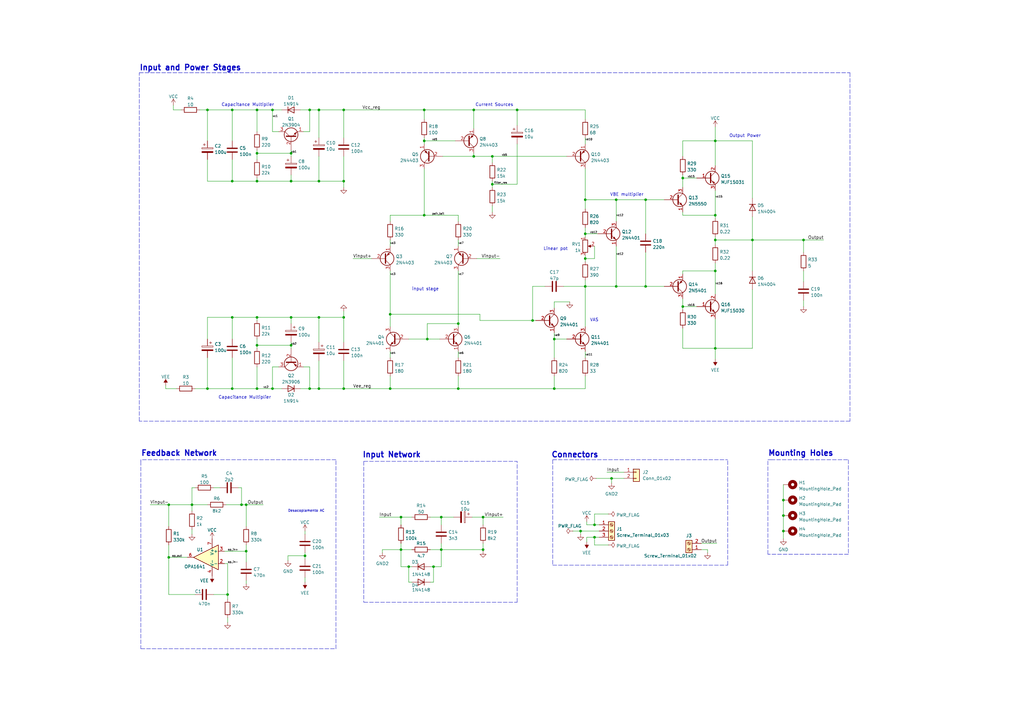
<source format=kicad_sch>
(kicad_sch (version 20211123) (generator eeschema)
  (paper "A3")
  (junction (at 240.03 117.475))
  (junction (at 180.975 225.425))
  (junction (at 164.465 212.09))
  (junction (at 293.37 142.875))
  (junction (at 308.61 98.425))
  (junction (at 240.03 95.885))
  (junction (at 85.09 159.385))
  (junction (at 100.965 207.01))
  (junction (at 130.81 130.175))
  (junction (at 293.37 111.125))
  (junction (at 264.795 81.915))
  (junction (at 130.81 74.295))
  (junction (at 95.25 130.175))
  (junction (at 201.93 64.135))
  (junction (at 198.12 212.09))
  (junction (at 99.06 207.01))
  (junction (at 130.81 159.385))
  (junction (at 93.345 243.84))
  (junction (at 243.84 215.265))
  (junction (at 160.02 128.905))
  (junction (at 227.33 139.065))
  (junction (at 127 45.085))
  (junction (at 280.035 125.73))
  (junction (at 293.37 98.425))
  (junction (at 105.41 159.385))
  (junction (at 187.96 132.715))
  (junction (at 125.095 227.965))
  (junction (at 252.73 81.915))
  (junction (at 85.09 45.085))
  (junction (at 105.41 45.085))
  (junction (at 140.97 74.295))
  (junction (at 180.975 212.09))
  (junction (at 119.38 62.865))
  (junction (at 111.76 159.385))
  (junction (at 187.96 159.385))
  (junction (at 177.8 232.41))
  (junction (at 240.03 81.915))
  (junction (at 250.825 196.215))
  (junction (at 127 159.385))
  (junction (at 212.09 45.085))
  (junction (at 100.965 226.06))
  (junction (at 119.38 141.605))
  (junction (at 321.31 205.105))
  (junction (at 95.25 45.085))
  (junction (at 105.41 74.295))
  (junction (at 243.84 220.345))
  (junction (at 69.215 228.6))
  (junction (at 293.37 57.785))
  (junction (at 164.465 225.425))
  (junction (at 140.97 159.385))
  (junction (at 321.31 211.455))
  (junction (at 264.795 117.475))
  (junction (at 280.035 73.025))
  (junction (at 194.31 64.135))
  (junction (at 240.03 106.045))
  (junction (at 105.41 130.175))
  (junction (at 95.25 159.385))
  (junction (at 173.99 45.085))
  (junction (at 78.74 207.01))
  (junction (at 167.64 232.41))
  (junction (at 293.37 88.265))
  (junction (at 140.97 130.175))
  (junction (at 201.93 75.565))
  (junction (at 173.99 57.785))
  (junction (at 130.81 45.085))
  (junction (at 111.76 45.085))
  (junction (at 105.41 62.865))
  (junction (at 329.565 98.425))
  (junction (at 105.41 141.605))
  (junction (at 321.31 217.805))
  (junction (at 194.31 45.085))
  (junction (at 218.44 131.445))
  (junction (at 95.25 74.295))
  (junction (at 160.02 159.385))
  (junction (at 140.97 45.085))
  (junction (at 252.73 117.475))
  (junction (at 238.125 217.805))
  (junction (at 227.33 159.385))
  (junction (at 198.12 225.425))
  (junction (at 175.26 139.065))
  (junction (at 69.215 207.01))
  (junction (at 119.38 130.175))
  (junction (at 119.38 74.295))
  (junction (at 173.99 88.265))
  (wire (pts (xy 168.91 225.425) (xy 164.465 225.425)))
  (polyline (pts (xy 348.615 172.72) (xy 57.15 172.72)))
  (wire (pts (xy 240.03 45.085) (xy 212.09 45.085)))
  (wire (pts (xy 243.84 215.265) (xy 243.84 210.82)))
  (polyline (pts (xy 347.98 227.33) (xy 314.96 227.33)))
  (wire (pts (xy 167.64 238.76) (xy 167.64 232.41)))
  (wire (pts (xy 119.38 61.595) (xy 119.38 62.865)))
  (wire (pts (xy 187.96 111.125) (xy 187.96 132.715)))
  (polyline (pts (xy 149.225 247.015) (xy 212.09 247.015)))
  (wire (pts (xy 125.095 227.965) (xy 125.095 226.695)))
  (wire (pts (xy 293.37 98.425) (xy 293.37 100.33)))
  (wire (pts (xy 245.11 95.885) (xy 240.03 95.885)))
  (wire (pts (xy 130.81 74.295) (xy 140.97 74.295)))
  (wire (pts (xy 227.33 139.065) (xy 232.41 139.065)))
  (wire (pts (xy 160.02 111.125) (xy 160.02 128.905)))
  (polyline (pts (xy 314.96 227.33) (xy 314.96 188.595)))
  (wire (pts (xy 105.41 141.605) (xy 119.38 141.605)))
  (wire (pts (xy 69.215 228.6) (xy 69.215 223.52)))
  (wire (pts (xy 95.25 159.385) (xy 95.25 146.685)))
  (wire (pts (xy 175.26 139.065) (xy 180.34 139.065)))
  (wire (pts (xy 100.965 226.06) (xy 100.965 230.505)))
  (wire (pts (xy 160.02 88.265) (xy 173.99 88.265)))
  (wire (pts (xy 67.945 158.115) (xy 67.945 159.385)))
  (wire (pts (xy 201.93 84.455) (xy 201.93 86.995)))
  (wire (pts (xy 329.565 111.125) (xy 329.565 115.57)))
  (wire (pts (xy 140.97 159.385) (xy 160.02 159.385)))
  (wire (pts (xy 180.975 232.41) (xy 180.975 225.425)))
  (wire (pts (xy 293.37 78.105) (xy 293.37 88.265)))
  (wire (pts (xy 290.195 226.695) (xy 290.195 225.425)))
  (wire (pts (xy 194.31 52.705) (xy 194.31 45.085)))
  (wire (pts (xy 160.02 128.905) (xy 160.02 133.985)))
  (wire (pts (xy 280.035 86.995) (xy 280.035 88.265)))
  (wire (pts (xy 100.965 207.01) (xy 100.965 215.9)))
  (wire (pts (xy 280.035 57.785) (xy 280.035 64.135)))
  (wire (pts (xy 130.81 45.085) (xy 140.97 45.085)))
  (wire (pts (xy 223.52 117.475) (xy 218.44 117.475)))
  (wire (pts (xy 119.38 71.755) (xy 119.38 74.295)))
  (wire (pts (xy 85.09 207.01) (xy 78.74 207.01)))
  (wire (pts (xy 280.035 71.755) (xy 280.035 73.025)))
  (wire (pts (xy 243.84 210.82) (xy 249.555 210.82)))
  (wire (pts (xy 127 45.085) (xy 123.19 45.085)))
  (wire (pts (xy 280.035 142.875) (xy 293.37 142.875)))
  (wire (pts (xy 160.02 88.265) (xy 160.02 90.805)))
  (wire (pts (xy 280.035 134.62) (xy 280.035 142.875)))
  (wire (pts (xy 105.41 141.605) (xy 105.41 139.065)))
  (wire (pts (xy 240.03 159.385) (xy 227.33 159.385)))
  (polyline (pts (xy 348.615 29.845) (xy 348.615 172.72)))
  (wire (pts (xy 105.41 142.875) (xy 105.41 141.605)))
  (wire (pts (xy 240.665 213.995) (xy 240.665 215.265)))
  (wire (pts (xy 140.97 74.295) (xy 140.97 76.835)))
  (wire (pts (xy 252.73 100.965) (xy 252.73 117.475)))
  (wire (pts (xy 92.075 226.06) (xy 100.965 226.06)))
  (wire (pts (xy 187.96 132.715) (xy 175.26 132.715)))
  (wire (pts (xy 180.975 212.09) (xy 186.055 212.09)))
  (wire (pts (xy 219.71 131.445) (xy 218.44 131.445)))
  (wire (pts (xy 187.96 159.385) (xy 187.96 154.305)))
  (wire (pts (xy 140.97 130.175) (xy 130.81 130.175)))
  (polyline (pts (xy 298.45 231.775) (xy 298.45 188.595)))
  (wire (pts (xy 100.965 223.52) (xy 100.965 226.06)))
  (wire (pts (xy 180.975 225.425) (xy 180.975 222.885)))
  (wire (pts (xy 201.93 75.565) (xy 201.93 76.835)))
  (wire (pts (xy 130.81 130.175) (xy 119.38 130.175)))
  (polyline (pts (xy 226.695 188.595) (xy 226.695 231.775)))
  (wire (pts (xy 119.38 141.605) (xy 119.38 140.335)))
  (wire (pts (xy 293.37 142.875) (xy 293.37 147.32)))
  (wire (pts (xy 164.465 225.425) (xy 164.465 222.885)))
  (wire (pts (xy 105.41 62.865) (xy 119.38 62.865)))
  (wire (pts (xy 119.38 62.865) (xy 119.38 64.135)))
  (wire (pts (xy 105.41 159.385) (xy 105.41 150.495)))
  (wire (pts (xy 173.99 57.785) (xy 173.99 59.055)))
  (wire (pts (xy 93.345 243.84) (xy 93.345 245.745)))
  (wire (pts (xy 240.03 117.475) (xy 240.03 114.935)))
  (wire (pts (xy 308.61 98.425) (xy 308.61 88.9)))
  (wire (pts (xy 67.945 159.385) (xy 72.39 159.385)))
  (wire (pts (xy 240.03 69.215) (xy 240.03 81.915)))
  (wire (pts (xy 243.84 100.965) (xy 243.84 106.045)))
  (wire (pts (xy 130.81 159.385) (xy 140.97 159.385)))
  (wire (pts (xy 280.035 125.73) (xy 280.035 127)))
  (wire (pts (xy 280.035 73.025) (xy 280.035 76.835)))
  (wire (pts (xy 187.96 159.385) (xy 227.33 159.385)))
  (wire (pts (xy 119.38 142.875) (xy 119.38 141.605)))
  (wire (pts (xy 293.37 130.81) (xy 293.37 142.875)))
  (wire (pts (xy 212.09 51.435) (xy 212.09 45.085)))
  (wire (pts (xy 105.41 62.865) (xy 105.41 65.405)))
  (wire (pts (xy 95.25 74.295) (xy 85.09 74.295)))
  (wire (pts (xy 160.02 154.305) (xy 160.02 159.385)))
  (wire (pts (xy 176.53 225.425) (xy 180.975 225.425)))
  (wire (pts (xy 173.99 88.265) (xy 187.96 88.265)))
  (polyline (pts (xy 226.695 188.595) (xy 298.45 188.595)))
  (wire (pts (xy 176.53 212.09) (xy 180.975 212.09)))
  (wire (pts (xy 130.81 64.135) (xy 130.81 74.295)))
  (wire (pts (xy 234.95 217.805) (xy 238.125 217.805)))
  (wire (pts (xy 100.965 207.01) (xy 107.95 207.01)))
  (wire (pts (xy 140.97 64.135) (xy 140.97 74.295)))
  (wire (pts (xy 218.44 117.475) (xy 218.44 131.445)))
  (wire (pts (xy 69.215 243.84) (xy 69.215 228.6)))
  (wire (pts (xy 125.095 236.855) (xy 125.095 238.76)))
  (wire (pts (xy 140.97 45.085) (xy 140.97 56.515)))
  (wire (pts (xy 198.12 222.885) (xy 198.12 225.425)))
  (wire (pts (xy 105.41 61.595) (xy 105.41 62.865)))
  (wire (pts (xy 127 159.385) (xy 130.81 159.385)))
  (wire (pts (xy 156.845 225.425) (xy 156.845 226.695)))
  (wire (pts (xy 280.035 122.555) (xy 280.035 125.73)))
  (wire (pts (xy 93.345 243.84) (xy 93.345 231.14)))
  (wire (pts (xy 127 159.385) (xy 123.19 159.385)))
  (wire (pts (xy 280.035 73.025) (xy 285.75 73.025)))
  (wire (pts (xy 95.25 45.085) (xy 95.25 57.785)))
  (wire (pts (xy 164.465 225.425) (xy 156.845 225.425)))
  (wire (pts (xy 198.12 225.425) (xy 198.12 226.06)))
  (wire (pts (xy 308.61 81.28) (xy 308.61 57.785)))
  (wire (pts (xy 252.73 117.475) (xy 240.03 117.475)))
  (wire (pts (xy 227.33 126.365) (xy 227.33 123.825)))
  (wire (pts (xy 240.03 85.725) (xy 240.03 81.915)))
  (wire (pts (xy 293.37 111.125) (xy 293.37 120.65)))
  (wire (pts (xy 240.03 93.345) (xy 240.03 95.885)))
  (wire (pts (xy 180.975 225.425) (xy 198.12 225.425)))
  (wire (pts (xy 115.57 45.085) (xy 111.76 45.085)))
  (wire (pts (xy 293.37 57.785) (xy 293.37 67.945)))
  (wire (pts (xy 105.41 130.175) (xy 95.25 130.175)))
  (wire (pts (xy 177.8 238.76) (xy 176.53 238.76)))
  (wire (pts (xy 99.06 207.01) (xy 99.06 200.025)))
  (wire (pts (xy 164.465 212.09) (xy 168.91 212.09)))
  (wire (pts (xy 167.64 232.41) (xy 164.465 232.41)))
  (wire (pts (xy 287.655 222.885) (xy 294.005 222.885)))
  (wire (pts (xy 238.125 219.075) (xy 238.125 217.805)))
  (wire (pts (xy 240.03 81.915) (xy 252.73 81.915)))
  (wire (pts (xy 95.25 45.085) (xy 85.09 45.085)))
  (wire (pts (xy 293.37 142.875) (xy 308.61 142.875)))
  (wire (pts (xy 240.03 95.885) (xy 240.03 97.155)))
  (wire (pts (xy 95.25 159.385) (xy 85.09 159.385)))
  (wire (pts (xy 240.665 222.25) (xy 240.665 220.345)))
  (wire (pts (xy 95.25 139.065) (xy 95.25 130.175)))
  (wire (pts (xy 243.84 215.265) (xy 245.745 215.265)))
  (wire (pts (xy 140.97 140.335) (xy 140.97 130.175)))
  (wire (pts (xy 85.09 130.175) (xy 85.09 139.065)))
  (wire (pts (xy 111.76 45.085) (xy 111.76 53.975)))
  (wire (pts (xy 201.93 74.295) (xy 201.93 75.565)))
  (wire (pts (xy 118.11 227.965) (xy 125.095 227.965)))
  (wire (pts (xy 160.02 98.425) (xy 160.02 100.965)))
  (wire (pts (xy 114.3 53.975) (xy 111.76 53.975)))
  (wire (pts (xy 164.465 215.265) (xy 164.465 212.09)))
  (polyline (pts (xy 212.09 247.015) (xy 212.09 189.23)))
  (wire (pts (xy 293.37 88.265) (xy 293.37 89.535)))
  (wire (pts (xy 240.03 106.045) (xy 240.03 107.315)))
  (polyline (pts (xy 137.795 266.065) (xy 137.795 188.595)))
  (wire (pts (xy 280.035 125.73) (xy 285.75 125.73)))
  (wire (pts (xy 71.12 45.085) (xy 74.295 45.085)))
  (wire (pts (xy 248.92 193.675) (xy 255.905 193.675)))
  (wire (pts (xy 130.81 45.085) (xy 130.81 56.515)))
  (wire (pts (xy 227.33 136.525) (xy 227.33 139.065)))
  (wire (pts (xy 115.57 159.385) (xy 111.76 159.385)))
  (wire (pts (xy 87.63 200.025) (xy 90.17 200.025)))
  (wire (pts (xy 93.345 253.365) (xy 93.345 255.27)))
  (wire (pts (xy 250.825 196.215) (xy 255.905 196.215)))
  (wire (pts (xy 119.38 74.295) (xy 130.81 74.295)))
  (wire (pts (xy 125.095 227.965) (xy 125.095 229.235)))
  (polyline (pts (xy 149.225 189.23) (xy 212.09 189.23)))
  (wire (pts (xy 194.31 64.135) (xy 201.93 64.135)))
  (wire (pts (xy 196.85 128.905) (xy 160.02 128.905)))
  (polyline (pts (xy 347.98 188.595) (xy 347.98 227.33)))
  (wire (pts (xy 280.035 111.125) (xy 293.37 111.125)))
  (wire (pts (xy 321.31 217.805) (xy 321.31 220.98)))
  (wire (pts (xy 252.73 117.475) (xy 264.795 117.475)))
  (wire (pts (xy 321.31 211.455) (xy 321.31 217.805)))
  (wire (pts (xy 293.37 97.155) (xy 293.37 98.425)))
  (wire (pts (xy 160.02 159.385) (xy 187.96 159.385)))
  (wire (pts (xy 187.96 90.805) (xy 187.96 88.265)))
  (wire (pts (xy 193.675 212.09) (xy 198.12 212.09)))
  (polyline (pts (xy 57.15 29.845) (xy 348.615 29.845)))
  (wire (pts (xy 124.46 53.975) (xy 127 53.975)))
  (wire (pts (xy 85.09 159.385) (xy 85.09 146.685)))
  (wire (pts (xy 105.41 45.085) (xy 105.41 53.975)))
  (wire (pts (xy 329.565 123.19) (xy 329.565 125.73)))
  (wire (pts (xy 80.01 200.025) (xy 78.74 200.025)))
  (wire (pts (xy 280.035 112.395) (xy 280.035 111.125)))
  (wire (pts (xy 264.795 117.475) (xy 264.795 103.505)))
  (wire (pts (xy 78.74 217.17) (xy 78.74 219.075)))
  (wire (pts (xy 280.035 88.265) (xy 293.37 88.265)))
  (wire (pts (xy 119.38 74.295) (xy 105.41 74.295)))
  (wire (pts (xy 264.795 117.475) (xy 272.415 117.475)))
  (wire (pts (xy 173.99 69.215) (xy 173.99 88.265)))
  (wire (pts (xy 194.31 45.085) (xy 212.09 45.085)))
  (wire (pts (xy 130.81 159.385) (xy 130.81 147.955)))
  (wire (pts (xy 201.93 66.675) (xy 201.93 64.135)))
  (wire (pts (xy 80.01 159.385) (xy 85.09 159.385)))
  (wire (pts (xy 293.37 57.785) (xy 280.035 57.785)))
  (wire (pts (xy 308.61 142.875) (xy 308.61 118.745)))
  (wire (pts (xy 243.84 106.045) (xy 240.03 106.045)))
  (polyline (pts (xy 137.795 188.595) (xy 57.785 188.595)))
  (wire (pts (xy 195.58 106.045) (xy 205.105 106.045)))
  (wire (pts (xy 119.38 132.715) (xy 119.38 130.175)))
  (wire (pts (xy 198.12 212.09) (xy 206.375 212.09)))
  (wire (pts (xy 196.85 131.445) (xy 196.85 128.905)))
  (wire (pts (xy 173.99 57.785) (xy 186.69 57.785)))
  (wire (pts (xy 155.575 212.09) (xy 164.465 212.09)))
  (wire (pts (xy 61.595 207.01) (xy 69.215 207.01)))
  (wire (pts (xy 198.12 212.09) (xy 198.12 215.265)))
  (wire (pts (xy 252.73 81.915) (xy 252.73 90.805)))
  (wire (pts (xy 238.125 217.805) (xy 245.745 217.805)))
  (wire (pts (xy 293.37 111.125) (xy 293.37 107.95)))
  (wire (pts (xy 105.41 159.385) (xy 95.25 159.385)))
  (wire (pts (xy 85.09 45.085) (xy 85.09 57.785)))
  (wire (pts (xy 127 150.495) (xy 127 159.385)))
  (polyline (pts (xy 314.96 188.595) (xy 316.23 188.595)))
  (wire (pts (xy 114.3 150.495) (xy 111.76 150.495)))
  (polyline (pts (xy 57.15 172.72) (xy 57.15 29.845)))
  (wire (pts (xy 168.91 238.76) (xy 167.64 238.76)))
  (wire (pts (xy 173.99 45.085) (xy 173.99 48.895)))
  (wire (pts (xy 167.64 232.41) (xy 168.91 232.41)))
  (wire (pts (xy 111.76 159.385) (xy 111.76 150.495)))
  (wire (pts (xy 140.97 45.085) (xy 173.99 45.085)))
  (wire (pts (xy 181.61 64.135) (xy 194.31 64.135)))
  (polyline (pts (xy 57.785 266.065) (xy 137.795 266.065)))
  (wire (pts (xy 187.96 144.145) (xy 187.96 146.685)))
  (wire (pts (xy 71.12 43.18) (xy 71.12 45.085)))
  (wire (pts (xy 85.09 74.295) (xy 85.09 65.405)))
  (wire (pts (xy 100.965 207.01) (xy 99.06 207.01)))
  (wire (pts (xy 293.37 52.07) (xy 293.37 57.785)))
  (wire (pts (xy 80.01 243.84) (xy 69.215 243.84)))
  (wire (pts (xy 118.11 229.87) (xy 118.11 227.965)))
  (wire (pts (xy 329.565 98.425) (xy 329.565 103.505)))
  (wire (pts (xy 240.03 56.515) (xy 240.03 59.055)))
  (wire (pts (xy 160.02 144.145) (xy 160.02 146.685)))
  (wire (pts (xy 212.09 75.565) (xy 212.09 59.055)))
  (wire (pts (xy 175.26 132.715) (xy 175.26 139.065)))
  (wire (pts (xy 105.41 73.025) (xy 105.41 74.295)))
  (wire (pts (xy 87.63 243.84) (xy 93.345 243.84)))
  (wire (pts (xy 321.31 198.755) (xy 321.31 205.105)))
  (wire (pts (xy 252.73 81.915) (xy 264.795 81.915)))
  (wire (pts (xy 240.665 220.345) (xy 243.84 220.345)))
  (wire (pts (xy 227.33 123.825) (xy 233.68 123.825)))
  (polyline (pts (xy 226.695 231.775) (xy 298.45 231.775)))
  (wire (pts (xy 240.03 154.305) (xy 240.03 159.385)))
  (wire (pts (xy 290.195 225.425) (xy 287.655 225.425)))
  (wire (pts (xy 231.14 117.475) (xy 240.03 117.475)))
  (wire (pts (xy 111.76 159.385) (xy 105.41 159.385)))
  (wire (pts (xy 240.03 104.775) (xy 240.03 106.045)))
  (wire (pts (xy 329.565 98.425) (xy 337.82 98.425)))
  (wire (pts (xy 78.74 200.025) (xy 78.74 207.01)))
  (wire (pts (xy 105.41 131.445) (xy 105.41 130.175)))
  (wire (pts (xy 201.93 75.565) (xy 212.09 75.565)))
  (wire (pts (xy 264.795 95.885) (xy 264.795 81.915)))
  (wire (pts (xy 243.84 220.345) (xy 245.745 220.345)))
  (wire (pts (xy 140.97 130.175) (xy 140.97 127.635)))
  (wire (pts (xy 173.99 56.515) (xy 173.99 57.785)))
  (wire (pts (xy 227.33 139.065) (xy 227.33 146.685)))
  (wire (pts (xy 240.03 144.145) (xy 240.03 146.685)))
  (polyline (pts (xy 57.785 188.595) (xy 57.785 189.23)))
  (polyline (pts (xy 149.225 189.23) (xy 149.225 247.015)))
  (wire (pts (xy 127 53.975) (xy 127 45.085)))
  (wire (pts (xy 124.46 150.495) (xy 127 150.495)))
  (wire (pts (xy 308.61 57.785) (xy 293.37 57.785)))
  (wire (pts (xy 293.37 98.425) (xy 308.61 98.425)))
  (wire (pts (xy 227.33 159.385) (xy 227.33 154.305)))
  (wire (pts (xy 177.8 232.41) (xy 177.8 238.76)))
  (wire (pts (xy 140.97 159.385) (xy 140.97 147.955)))
  (wire (pts (xy 308.61 98.425) (xy 308.61 111.125)))
  (wire (pts (xy 125.095 217.805) (xy 125.095 219.075)))
  (wire (pts (xy 240.03 117.475) (xy 240.03 133.985)))
  (wire (pts (xy 93.345 231.14) (xy 92.075 231.14)))
  (wire (pts (xy 95.25 130.175) (xy 85.09 130.175)))
  (wire (pts (xy 69.215 215.9) (xy 69.215 207.01)))
  (wire (pts (xy 194.31 64.135) (xy 194.31 62.865)))
  (wire (pts (xy 176.53 232.41) (xy 177.8 232.41)))
  (wire (pts (xy 321.31 205.105) (xy 321.31 211.455)))
  (wire (pts (xy 167.64 139.065) (xy 175.26 139.065)))
  (wire (pts (xy 127 45.085) (xy 130.81 45.085)))
  (wire (pts (xy 81.915 45.085) (xy 85.09 45.085)))
  (wire (pts (xy 76.835 228.6) (xy 69.215 228.6)))
  (wire (pts (xy 105.41 74.295) (xy 95.25 74.295)))
  (wire (pts (xy 144.78 106.045) (xy 152.4 106.045)))
  (wire (pts (xy 100.965 238.125) (xy 100.965 239.395)))
  (wire (pts (xy 249.555 223.52) (xy 243.84 223.52)))
  (wire (pts (xy 177.8 232.41) (xy 180.975 232.41)))
  (wire (pts (xy 180.975 212.09) (xy 180.975 215.265)))
  (wire (pts (xy 250.825 198.12) (xy 250.825 196.215)))
  (wire (pts (xy 308.61 98.425) (xy 329.565 98.425)))
  (wire (pts (xy 111.76 45.085) (xy 105.41 45.085)))
  (wire (pts (xy 119.38 130.175) (xy 105.41 130.175)))
  (wire (pts (xy 187.96 132.715) (xy 187.96 133.985)))
  (polyline (pts (xy 316.23 188.595) (xy 347.98 188.595)))
  (wire (pts (xy 69.215 207.01) (xy 78.74 207.01)))
  (wire (pts (xy 243.84 223.52) (xy 243.84 220.345)))
  (wire (pts (xy 240.03 48.895) (xy 240.03 45.085)))
  (wire (pts (xy 92.71 207.01) (xy 99.06 207.01)))
  (wire (pts (xy 264.795 81.915) (xy 272.415 81.915)))
  (wire (pts (xy 194.31 45.085) (xy 173.99 45.085)))
  (wire (pts (xy 240.665 215.265) (xy 243.84 215.265)))
  (wire (pts (xy 164.465 232.41) (xy 164.465 225.425)))
  (wire (pts (xy 201.93 64.135) (xy 232.41 64.135)))
  (wire (pts (xy 99.06 200.025) (xy 97.79 200.025)))
  (wire (pts (xy 187.96 98.425) (xy 187.96 100.965)))
  (wire (pts (xy 105.41 45.085) (xy 95.25 45.085)))
  (polyline (pts (xy 57.785 189.23) (xy 57.785 266.065)))
  (wire (pts (xy 218.44 131.445) (xy 196.85 131.445)))
  (wire (pts (xy 78.74 207.01) (xy 78.74 209.55)))
  (wire (pts (xy 244.475 196.215) (xy 250.825 196.215)))
  (wire (pts (xy 130.81 130.175) (xy 130.81 140.335)))
  (wire (pts (xy 95.25 65.405) (xy 95.25 74.295)))
  (text "Feedback Network" (at 57.785 187.325 0) (effects (font (size 2.27 2.27) (thickness 0.454) bold) (justify left bottom)))
  (text "Mounting Holes\n" (at 314.96 187.325 0) (effects (font (size 2.27 2.27) (thickness 0.454) bold) (justify left bottom)))
  (text "Desacoplamento AC" (at 118.11 210.185 0) (effects (font (size 1 1)) (justify left bottom)))
  (text "Output Power\n" (at 299.085 56.515 0) (effects (font (size 1.27 1.27)) (justify left bottom)))
  (text "input stage\n" (at 168.91 119.38 0) (effects (font (size 1.27 1.27)) (justify left bottom)))
  (text "Capacitance Multiplier" (at 89.535 163.83 0) (effects (font (size 1.27 1.27)) (justify left bottom)))
  (text "VAS" (at 241.935 132.08 0) (effects (font (size 1.27 1.27)) (justify left bottom)))
  (text "Input and Power Stages" (at 57.15 29.21 0) (effects (font (size 2.27 2.27) (thickness 0.454) bold) (justify left bottom)))
  (text "VBE multiplier" (at 250.19 80.645 0) (effects (font (size 1.27 1.27)) (justify left bottom)))
  (text "Connectors\n" (at 226.06 187.96 0) (effects (font (size 2.27 2.27) (thickness 0.454) bold) (justify left bottom)))
  (text "Capacitance Multiplier" (at 90.805 43.815 0) (effects (font (size 1.27 1.27)) (justify left bottom)))
  (text "Input Network" (at 148.59 187.96 0) (effects (font (size 2.27 2.27) (thickness 0.454) bold) (justify left bottom)))
  (text "Current Sources\n" (at 194.945 43.815 0) (effects (font (size 1.27 1.27)) (justify left bottom)))
  (text "Linear pot" (at 222.885 102.87 0) (effects (font (size 1.27 1.27)) (justify left bottom)))
  (label "vc16" (at 293.37 116.84 0) (effects (font (size 0.8 0.8))))
  (label "Vee_reg" (at 144.78 159.385 0))
  (label "ve7" (at 187.96 100.33 0) (effects (font (size 0.8 0.8))))
  (label "vb16" (at 281.94 125.73 0) (effects (font (size 0.8 0.8))))
  (label "vc12" (at 252.73 88.9 0) (effects (font (size 0.8 0.8))))
  (label "ve10" (at 240.03 57.785 0) (effects (font (size 0.8 0.8))))
  (label "vb1" (at 119.38 62.865 0) (effects (font (size 0.8 0.8))))
  (label "Vinput+" (at 206.375 212.09 180))
  (label "ve11" (at 240.03 146.05 0) (effects (font (size 0.8 0.8))))
  (label "Input" (at 248.92 193.675 0))
  (label "vb5" (at 205.74 64.135 0) (effects (font (size 0.8 0.8))))
  (label "ve4" (at 160.02 145.415 0) (effects (font (size 0.8 0.8))))
  (label "vb12" (at 241.935 95.885 0) (effects (font (size 0.8 0.8))))
  (label "ve3" (at 160.02 100.33 0) (effects (font (size 0.8 0.8))))
  (label "op_in+" (at 93.345 226.06 0) (effects (font (size 0.8 0.8))))
  (label "vb2" (at 119.38 141.605 0) (effects (font (size 0.8 0.8))))
  (label "Vcc_reg" (at 148.59 45.085 0))
  (label "Output" (at 107.95 207.01 180))
  (label "ve5" (at 177.165 57.785 0) (effects (font (size 0.8 0.8))))
  (label "Input" (at 155.575 212.09 0))
  (label "vc2" (at 107.95 159.385 0) (effects (font (size 0.8 0.8))))
  (label "ve6" (at 187.96 145.415 0) (effects (font (size 0.8 0.8))))
  (label "vc3" (at 160.02 113.03 0) (effects (font (size 0.8 0.8))))
  (label "Output" (at 294.005 222.885 180))
  (label "Vinput+" (at 144.78 106.045 0))
  (label "Vinput-" (at 61.595 207.01 0))
  (label "vb15" (at 281.94 73.025 0) (effects (font (size 0.8 0.8))))
  (label "vc15" (at 293.37 81.28 0) (effects (font (size 0.8 0.8))))
  (label "vc7" (at 187.96 113.03 0) (effects (font (size 0.8 0.8))))
  (label "filter_res" (at 202.565 75.565 0) (effects (font (size 0.8 0.8))))
  (label "op_out" (at 70.485 228.6 0) (effects (font (size 0.8 0.8))))
  (label "ve9" (at 227.33 138.0875 0) (effects (font (size 0.8 0.8))))
  (label "Vinput-" (at 205.105 106.045 180))
  (label "ve12" (at 252.73 104.775 0) (effects (font (size 0.8 0.8))))
  (label "pair_tail" (at 177.165 88.265 0) (effects (font (size 0.8 0.8))))
  (label "Output" (at 337.82 98.425 180))
  (label "op_in-" (at 93.345 231.14 0) (effects (font (size 0.8 0.8))))
  (label "vc1" (at 111.76 48.26 0) (effects (font (size 0.8 0.8))))
  (symbol (lib_id "Device:R") (at 164.465 219.075 0) (unit 1)
    (property "Reference" "R13" (at 166.243 218.2403 0) (effects (justify left)))
    (property "Value" "100k" (at 166.243 220.7772 0) (effects (justify left)))
    (property "Footprint" "Resistor_THT:R_Axial_DIN0207_L6.3mm_D2.5mm_P7.62mm_Horizontal" (effects hide))
  )
  (symbol (lib_id "Diode:1N4148") (at 172.72 238.76 180) (unit 1)
    (property "Reference" "D4" (at 170.18 240.03 0))
    (property "Value" "1N4148" (at 172.72 241.935 0))
    (property "Footprint" "Diode_THT:D_DO-35_SOD27_P7.62mm_Horizontal" (effects hide))
    (property "Datasheet" "https://assets.nexperia.com/documents/data-sheet/1N4148_1N4448.pdf" (effects hide))
  )
  (symbol (lib_id "power:GND") (at 118.11 229.87 0) (unit 1)
    (property "Reference" "#PWR021" (effects hide))
    (property "Value" "GND" (at 118.11 234.3134 0))
  )
  (symbol (lib_id "Device:Q_PNP_EBC") (at 191.77 57.785 0) (mirror x) (unit 1)
    (property "Reference" "Q8" (at 196.6214 56.9503 0) (effects (justify left)))
    (property "Value" "2N4403" (at 196.6214 59.4872 0) (effects (justify left)))
    (property "Footprint" "Package_TO_SOT_THT:TO-92_Inline" (effects hide))
  )
  (symbol (lib_id "power:GND") (at 233.68 123.825 0) (unit 1)
    (property "Reference" "#PWR0102" (effects hide))
    (property "Value" "GND" (effects hide))
  )
  (symbol (lib_id "Device:R") (at 240.03 111.125 0) (unit 1)
    (property "Reference" "R27" (at 241.808 110.2903 0) (effects (justify left)))
    (property "Value" "390" (at 241.808 112.8272 0) (effects (justify left)))
    (property "Footprint" "Resistor_THT:R_Axial_DIN0207_L6.3mm_D2.5mm_P7.62mm_Horizontal" (effects hide))
  )
  (symbol (lib_id "Device:C_Polarized") (at 85.09 142.875 0) (mirror y) (unit 1)
    (property "Reference" "C3" (at 88.011 141.1513 0) (effects (justify right)))
    (property "Value" "100u" (at 88.011 143.6882 0) (effects (justify right)))
    (property "Footprint" "Capacitor_THT:CP_Radial_D5.0mm_P2.00mm" (effects hide))
  )
  (symbol (lib_id "Device:R") (at 198.12 219.075 0) (unit 1)
    (property "Reference" "R19" (at 199.898 218.2403 0) (effects (justify left)))
    (property "Value" "8k2" (at 199.898 220.7772 0) (effects (justify left)))
    (property "Footprint" "Resistor_THT:R_Axial_DIN0207_L6.3mm_D2.5mm_P7.62mm_Horizontal" (effects hide))
  )
  (symbol (lib_id "Transistor_BJT:2N3904") (at 119.38 56.515 90) (unit 1)
    (property "Reference" "Q1" (at 119.38 48.7258 90))
    (property "Value" "2N3904" (at 119.38 51.2627 90))
    (property "Footprint" "Package_TO_SOT_THT:TO-92_Inline" (effects hide))
    (property "Datasheet" "https://www.onsemi.com/pub/Collateral/2N3903-D.PDF" (effects hide))
  )
  (symbol (lib_id "Mechanical:MountingHole_Pad") (at 323.85 217.805 270) (unit 1)
    (property "Reference" "H4" (at 327.66 216.9703 90) (effects (justify left)))
    (property "Value" "MountingHole_Pad" (at 327.66 219.5072 90) (effects (justify left)))
    (property "Footprint" "MountingHole:MountingHole_3.2mm_M3_Pad_Via" (effects hide))
  )
  (symbol (lib_id "Device:R") (at 160.02 94.615 0) (unit 1)
    (property "Reference" "R16" (at 161.798 93.7803 0) (effects (justify left)))
    (property "Value" "330" (at 161.798 96.3172 0) (effects (justify left)))
    (property "Footprint" "Resistor_THT:R_Axial_DIN0207_L6.3mm_D2.5mm_P7.62mm_Horizontal" (effects hide))
  )
  (symbol (lib_id "Connector:Screw_Terminal_01x02") (at 282.575 225.425 180) (unit 1)
    (property "Reference" "J3" (at 282.575 219.71 0))
    (property "Value" "Screw_Terminal_01x02" (at 274.955 227.965 0))
    (property "Footprint" "TerminalBlock:TerminalBlock_bornier-2_P5.08mm" (effects hide))
  )
  (symbol (lib_id "Device:Q_PNP_EBC") (at 237.49 64.135 0) (mirror x) (unit 1)
    (property "Reference" "Q10" (at 242.3414 63.3003 0) (effects (justify left)))
    (property "Value" "2N4403" (at 242.3414 65.8372 0) (effects (justify left)))
    (property "Footprint" "Package_TO_SOT_THT:TO-92_Inline" (effects hide))
  )
  (symbol (lib_id "power:GND") (at 198.12 226.06 0) (unit 1)
    (property "Reference" "#PWR011" (effects hide))
    (property "Value" "GND" (effects hide))
  )
  (symbol (lib_id "Device:C") (at 95.25 142.875 0) (mirror y) (unit 1)
    (property "Reference" "C6" (at 98.171 142.0403 0) (effects (justify right)))
    (property "Value" "100n" (at 98.171 144.5772 0) (effects (justify right)))
    (property "Footprint" "Capacitor_THT:C_Disc_D5.1mm_W3.2mm_P5.00mm" (effects hide))
  )
  (symbol (lib_id "power:PWR_FLAG") (at 249.555 210.82 270) (unit 1)
    (property "Reference" "#FLG01" (effects hide))
    (property "Value" "PWR_FLAG" (at 252.73 211.2538 90) (effects (justify left)))
  )
  (symbol (lib_id "Device:R") (at 93.345 249.555 0) (unit 1)
    (property "Reference" "R7" (at 95.123 248.7203 0) (effects (justify left)))
    (property "Value" "330k" (at 95.123 251.2572 0) (effects (justify left)))
    (property "Footprint" "Resistor_THT:R_Axial_DIN0207_L6.3mm_D2.5mm_P7.62mm_Horizontal" (effects hide))
  )
  (symbol (lib_id "Device:Q_NPN_EBC") (at 277.495 81.915 0) (unit 1)
    (property "Reference" "Q13" (at 282.3464 81.0803 0) (effects (justify left)))
    (property "Value" "2N5550" (at 282.3464 83.6172 0) (effects (justify left)))
    (property "Footprint" "Package_TO_SOT_THT:TO-92_Inline" (effects hide))
  )
  (symbol (lib_id "Device:R") (at 173.99 52.705 0) (unit 1)
    (property "Reference" "R18" (at 175.768 51.8703 0) (effects (justify left)))
    (property "Value" "100" (at 175.768 54.4072 0) (effects (justify left)))
    (property "Footprint" "Resistor_THT:R_Axial_DIN0207_L6.3mm_D2.5mm_P7.62mm_Horizontal" (effects hide))
  )
  (symbol (lib_id "power:VEE") (at 240.665 222.25 180) (unit 1)
    (property "Reference" "#PWR015" (effects hide))
    (property "Value" "VEE" (at 240.665 226.6934 0))
  )
  (symbol (lib_id "power:GND") (at 321.31 220.98 0) (unit 1)
    (property "Reference" "#PWR020" (effects hide))
    (property "Value" "GND" (at 321.31 225.4234 0))
  )
  (symbol (lib_id "power:GND") (at 93.345 255.27 0) (mirror y) (unit 1)
    (property "Reference" "#PWR06" (effects hide))
    (property "Value" "GND" (effects hide))
  )
  (symbol (lib_id "power:VEE") (at 293.37 147.32 180) (unit 1)
    (property "Reference" "#PWR018" (effects hide))
    (property "Value" "VEE" (at 293.37 151.7634 0))
  )
  (symbol (lib_id "Device:R") (at 201.93 70.485 0) (unit 1)
    (property "Reference" "R22" (at 203.708 69.6503 0) (effects (justify left)))
    (property "Value" "15k" (at 203.708 72.1872 0) (effects (justify left)))
    (property "Footprint" "Resistor_THT:R_Axial_DIN0207_L6.3mm_D2.5mm_P7.62mm_Horizontal" (effects hide))
  )
  (symbol (lib_id "Device:C") (at 140.97 144.145 0) (mirror y) (unit 1)
    (property "Reference" "C13" (at 143.891 143.3103 0) (effects (justify right)))
    (property "Value" "100n" (at 143.891 145.8472 0) (effects (justify right)))
    (property "Footprint" "Capacitor_THT:C_Disc_D5.1mm_W3.2mm_P5.00mm" (effects hide))
  )
  (symbol (lib_id "Device:C") (at 180.975 219.075 0) (unit 1)
    (property "Reference" "C14" (at 183.896 218.2403 0) (effects (justify left)))
    (property "Value" "3n3" (at 183.896 220.7772 0) (effects (justify left)))
    (property "Footprint" "Capacitor_THT:C_Rect_L7.2mm_W2.5mm_P5.00mm_FKS2_FKP2_MKS2_MKP2" (effects hide))
  )
  (symbol (lib_id "Diode:1N914") (at 119.38 159.385 0) (mirror y) (unit 1)
    (property "Reference" "D2" (at 119.38 161.9281 0))
    (property "Value" "1N914" (at 119.38 164.465 0))
    (property "Footprint" "Diode_THT:D_DO-35_SOD27_P7.62mm_Horizontal" (effects hide))
    (property "Datasheet" "http://www.vishay.com/docs/85622/1n914.pdf" (effects hide))
  )
  (symbol (lib_id "Device:R") (at 293.37 93.345 0) (unit 1)
    (property "Reference" "R31" (at 295.148 92.5103 0) (effects (justify left)))
    (property "Value" "0.22" (at 295.148 95.0472 0) (effects (justify left)))
    (property "Footprint" "Resistor_THT:R_Axial_DIN0617_L17.0mm_D6.0mm_P25.40mm_Horizontal" (effects hide))
  )
  (symbol (lib_id "Device:C") (at 100.965 234.315 0) (unit 1)
    (property "Reference" "C7" (at 103.886 233.4803 0) (effects (justify left)))
    (property "Value" "470n" (at 103.886 236.0172 0) (effects (justify left)))
    (property "Footprint" "Capacitor_THT:C_Rect_L7.2mm_W3.0mm_P5.00mm_FKS2_FKP2_MKS2_MKP2" (effects hide))
  )
  (symbol (lib_id "Device:R") (at 227.33 150.495 0) (unit 1)
    (property "Reference" "R24" (at 229.108 149.6603 0) (effects (justify left)))
    (property "Value" "820" (at 229.108 152.1972 0) (effects (justify left)))
    (property "Footprint" "Resistor_THT:R_Axial_DIN0207_L6.3mm_D2.5mm_P7.62mm_Horizontal" (effects hide))
  )
  (symbol (lib_id "Device:Q_PNP_EBC") (at 176.53 64.135 180) (unit 1)
    (property "Reference" "Q5" (at 171.6787 63.3003 0) (effects (justify left)))
    (property "Value" "2N4403" (at 171.6787 65.8372 0) (effects (justify left)))
    (property "Footprint" "Package_TO_SOT_THT:TO-92_Inline" (effects hide))
  )
  (symbol (lib_id "Device:R") (at 187.96 150.495 0) (unit 1)
    (property "Reference" "R21" (at 189.738 149.6603 0) (effects (justify left)))
    (property "Value" "180" (at 189.738 152.1972 0) (effects (justify left)))
    (property "Footprint" "Resistor_THT:R_Axial_DIN0207_L6.3mm_D2.5mm_P7.62mm_Horizontal" (effects hide))
  )
  (symbol (lib_id "Device:C_Polarized") (at 119.38 67.945 0) (unit 1)
    (property "Reference" "C8" (at 122.301 66.2213 0) (effects (justify left)))
    (property "Value" "100u" (at 122.301 68.7582 0) (effects (justify left)))
    (property "Footprint" "Capacitor_THT:CP_Radial_D8.0mm_P3.50mm" (effects hide))
  )
  (symbol (lib_id "Device:C_Polarized") (at 212.09 55.245 0) (unit 1)
    (property "Reference" "C16" (at 215.011 53.5213 0) (effects (justify left)))
    (property "Value" "10u" (at 215.011 56.0582 0) (effects (justify left)))
    (property "Footprint" "Capacitor_THT:CP_Radial_D5.0mm_P2.00mm" (effects hide))
  )
  (symbol (lib_id "Device:R") (at 240.03 89.535 0) (unit 1)
    (property "Reference" "R26" (at 241.808 88.7003 0) (effects (justify left)))
    (property "Value" "820" (at 241.808 91.2372 0) (effects (justify left)))
    (property "Footprint" "Resistor_THT:R_Axial_DIN0207_L6.3mm_D2.5mm_P7.62mm_Horizontal" (effects hide))
  )
  (symbol (lib_id "Device:R") (at 160.02 150.495 0) (unit 1)
    (property "Reference" "R17" (at 161.798 149.6603 0) (effects (justify left)))
    (property "Value" "180" (at 161.798 152.1972 0) (effects (justify left)))
    (property "Footprint" "Resistor_THT:R_Axial_DIN0207_L6.3mm_D2.5mm_P7.62mm_Horizontal" (effects hide))
  )
  (symbol (lib_id "Device:R") (at 105.41 135.255 0) (mirror y) (unit 1)
    (property "Reference" "R11" (at 107.188 134.4203 0) (effects (justify right)))
    (property "Value" "22k" (at 107.188 136.9572 0) (effects (justify right)))
    (property "Footprint" "Resistor_THT:R_Axial_DIN0207_L6.3mm_D2.5mm_P7.62mm_Horizontal" (effects hide))
  )
  (symbol (lib_id "Device:C") (at 264.795 99.695 0) (unit 1)
    (property "Reference" "C18" (at 267.716 98.8603 0) (effects (justify left)))
    (property "Value" "220n" (at 267.716 101.3972 0) (effects (justify left)))
    (property "Footprint" "Capacitor_THT:C_Rect_L7.0mm_W2.5mm_P5.00mm" (effects hide))
  )
  (symbol (lib_id "Device:R") (at 105.41 146.685 0) (mirror y) (unit 1)
    (property "Reference" "R12" (at 107.188 145.8503 0) (effects (justify right)))
    (property "Value" "220" (at 107.188 148.3872 0) (effects (justify right)))
    (property "Footprint" "Resistor_THT:R_Axial_DIN0207_L6.3mm_D2.5mm_P7.62mm_Horizontal" (effects hide))
  )
  (symbol (lib_id "Device:R") (at 240.03 52.705 0) (unit 1)
    (property "Reference" "R25" (at 241.808 51.8703 0) (effects (justify left)))
    (property "Value" "68" (at 241.808 54.4072 0) (effects (justify left)))
    (property "Footprint" "Resistor_THT:R_Axial_DIN0207_L6.3mm_D2.5mm_P7.62mm_Horizontal" (effects hide))
  )
  (symbol (lib_id "Diode:1N4148") (at 172.72 232.41 0) (unit 1)
    (property "Reference" "D3" (at 170.18 230.505 0))
    (property "Value" "1N4148" (at 172.72 235.585 0))
    (property "Footprint" "Diode_THT:D_DO-35_SOD27_P7.62mm_Horizontal" (effects hide))
    (property "Datasheet" "https://assets.nexperia.com/documents/data-sheet/1N4148_1N4448.pdf" (effects hide))
  )
  (symbol (lib_id "Device:C") (at 140.97 60.325 0) (unit 1)
    (property "Reference" "C12" (at 143.891 59.4903 0) (effects (justify left)))
    (property "Value" "100n" (at 143.891 62.0272 0) (effects (justify left)))
    (property "Footprint" "Capacitor_THT:C_Disc_D5.1mm_W3.2mm_P5.00mm" (effects hide))
  )
  (symbol (lib_id "Device:Q_NPN_EBC") (at 250.19 95.885 0) (unit 1)
    (property "Reference" "Q12" (at 255.0414 95.0503 0) (effects (justify left)))
    (property "Value" "2N4401" (at 255.0414 97.5872 0) (effects (justify left)))
    (property "Footprint" "Package_TO_SOT_THT:TO-92_Inline" (effects hide))
  )
  (symbol (lib_id "power:VEE") (at 67.945 158.115 0) (unit 1)
    (property "Reference" "#PWR01" (effects hide))
    (property "Value" "VEE" (at 67.945 154.5392 0))
  )
  (symbol (lib_id "Device:R") (at 280.035 130.81 0) (unit 1)
    (property "Reference" "R30" (at 281.813 129.9753 0) (effects (justify left)))
    (property "Value" "330" (at 281.813 132.5122 0) (effects (justify left)))
    (property "Footprint" "Resistor_THT:R_Axial_DIN0207_L6.3mm_D2.5mm_P7.62mm_Horizontal" (effects hide))
  )
  (symbol (lib_id "power:GND") (at 140.97 127.635 0) (mirror x) (unit 1)
    (property "Reference" "#PWR09" (effects hide))
    (property "Value" "GND" (effects hide))
  )
  (symbol (lib_id "Device:R") (at 100.965 219.71 0) (unit 1)
    (property "Reference" "R8" (at 102.743 218.8753 0) (effects (justify left)))
    (property "Value" "330k" (at 102.743 221.4122 0) (effects (justify left)))
    (property "Footprint" "Resistor_THT:R_Axial_DIN0207_L6.3mm_D2.5mm_P7.62mm_Horizontal" (effects hide))
  )
  (symbol (lib_id "Device:Q_NPN_BCE") (at 290.83 125.73 0) (unit 1)
    (property "Reference" "Q16" (at 295.6814 124.8953 0) (effects (justify left)))
    (property "Value" "MJF15030" (at 295.6814 127.4322 0) (effects (justify left)))
    (property "Footprint" "Package_TO_SOT_THT:TO-220F-3_Vertical" (effects hide))
  )
  (symbol (lib_id "power:GND2") (at 156.845 226.695 0) (unit 1)
    (property "Reference" "#PWR010" (effects hide))
    (property "Value" "GND2" (at 156.845 231.1384 0))
  )
  (symbol (lib_id "Device:R") (at 280.035 67.945 0) (unit 1)
    (property "Reference" "R29" (at 281.813 67.1103 0) (effects (justify left)))
    (property "Value" "330" (at 281.813 69.6472 0) (effects (justify left)))
    (property "Footprint" "Resistor_THT:R_Axial_DIN0207_L6.3mm_D2.5mm_P7.62mm_Horizontal" (effects hide))
  )
  (symbol (lib_id "Device:C") (at 93.98 200.025 90) (unit 1)
    (property "Reference" "C4" (at 93.98 194.1662 90))
    (property "Value" "2p2" (at 93.98 196.7031 90))
    (property "Footprint" "Capacitor_THT:C_Disc_D3.8mm_W2.6mm_P2.50mm" (effects hide))
  )
  (symbol (lib_id "power:PWR_FLAG") (at 244.475 196.215 90) (unit 1)
    (property "Reference" "#FLG0101" (effects hide))
    (property "Value" "PWR_FLAG" (at 241.3001 196.6488 90) (effects (justify left)))
  )
  (symbol (lib_id "power:GND") (at 140.97 76.835 0) (unit 1)
    (property "Reference" "#PWR08" (effects hide))
    (property "Value" "GND" (effects hide))
  )
  (symbol (lib_id "power:GND") (at 238.125 219.075 0) (unit 1)
    (property "Reference" "#PWR012" (effects hide))
    (property "Value" "GND" (effects hide))
  )
  (symbol (lib_id "power:GND") (at 329.565 125.73 0) (unit 1)
    (property "Reference" "#PWR019" (effects hide))
    (property "Value" "GND" (effects hide))
  )
  (symbol (lib_id "Device:C") (at 227.33 117.475 90) (unit 1)
    (property "Reference" "C17" (at 227.33 111.6162 90))
    (property "Value" "47p" (at 227.33 114.1531 90))
    (property "Footprint" "Capacitor_THT:C_Disc_D4.3mm_W1.9mm_P5.00mm" (effects hide))
  )
  (symbol (lib_id "power:VEE") (at 86.995 236.22 180) (unit 1)
    (property "Reference" "#PWR05" (effects hide))
    (property "Value" "VEE" (at 83.82 238.125 0))
  )
  (symbol (lib_id "power:VCC") (at 86.995 220.98 0) (unit 1)
    (property "Reference" "#PWR04" (effects hide))
    (property "Value" "VCC" (at 86.995 217.4042 0))
  )
  (symbol (lib_id "Connector_Generic:Conn_01x02") (at 260.985 193.675 0) (unit 1)
    (property "Reference" "J2" (at 263.525 193.6749 0) (effects (justify left)))
    (property "Value" "Conn_01x02" (at 263.525 196.2149 0) (effects (justify left)))
    (property "Footprint" "Connector_PinHeader_2.54mm:PinHeader_1x02_P2.54mm_Vertical" (effects hide))
  )
  (symbol (lib_id "Device:C") (at 125.095 233.045 0) (unit 1)
    (property "Reference" "C21" (at 128.016 232.2103 0) (effects (justify left)))
    (property "Value" "100n" (at 128.016 234.7472 0) (effects (justify left)))
    (property "Footprint" "Capacitor_THT:C_Disc_D5.1mm_W3.2mm_P5.00mm" (effects hide))
  )
  (symbol (lib_id "Device:R") (at 172.72 225.425 90) (unit 1)
    (property "Reference" "R15" (at 172.72 222.885 90))
    (property "Value" "4.7" (at 172.72 227.965 90))
    (property "Footprint" "Resistor_THT:R_Axial_DIN0207_L6.3mm_D2.5mm_P7.62mm_Horizontal" (effects hide))
  )
  (symbol (lib_id "power:VCC") (at 71.12 43.18 0) (unit 1)
    (property "Reference" "#PWR02" (effects hide))
    (property "Value" "VCC" (at 71.12 39.6042 0))
  )
  (symbol (lib_id "Device:R") (at 78.74 213.36 0) (unit 1)
    (property "Reference" "R2" (at 80.518 212.5253 0) (effects (justify left)))
    (property "Value" "1k" (at 80.518 215.0622 0) (effects (justify left)))
    (property "Footprint" "Resistor_THT:R_Axial_DIN0207_L6.3mm_D2.5mm_P7.62mm_Horizontal" (effects hide))
  )
  (symbol (lib_id "Device:C_Polarized") (at 85.09 61.595 0) (unit 1)
    (property "Reference" "C2" (at 88.011 59.8713 0) (effects (justify left)))
    (property "Value" "100u" (at 88.011 62.4082 0) (effects (justify left)))
    (property "Footprint" "Capacitor_THT:CP_Radial_D5.0mm_P2.00mm" (effects hide))
  )
  (symbol (lib_id "Device:C_Polarized") (at 130.81 144.145 0) (mirror y) (unit 1)
    (property "Reference" "C11" (at 133.731 142.4213 0) (effects (justify right)))
    (property "Value" "10u" (at 133.731 144.9582 0) (effects (justify right)))
    (property "Footprint" "Capacitor_THT:CP_Radial_D5.0mm_P2.00mm" (effects hide))
  )
  (symbol (lib_id "Device:Q_NPN_EBC") (at 224.79 131.445 0) (unit 1)
    (property "Reference" "Q9" (at 229.6414 130.6103 0) (effects (justify left)))
    (property "Value" "2N4401" (at 229.6414 133.1472 0) (effects (justify left)))
    (property "Footprint" "Package_TO_SOT_THT:TO-92_Inline" (effects hide))
  )
  (symbol (lib_id "Device:R") (at 83.82 200.025 90) (unit 1)
    (property "Reference" "R5" (at 83.82 195.3092 90))
    (property "Value" "100" (at 83.82 197.8461 90))
    (property "Footprint" "Resistor_THT:R_Axial_DIN0207_L6.3mm_D2.5mm_P7.62mm_Horizontal" (effects hide))
  )
  (symbol (lib_id "Device:R") (at 88.9 207.01 90) (unit 1)
    (property "Reference" "R6" (at 88.9 204.47 90))
    (property "Value" "8k2" (at 88.9 209.55 90))
    (property "Footprint" "Resistor_THT:R_Axial_DIN0207_L6.3mm_D2.5mm_P7.62mm_Horizontal" (effects hide))
  )
  (symbol (lib_id "power:VCC") (at 293.37 52.07 0) (unit 1)
    (property "Reference" "#PWR017" (effects hide))
    (property "Value" "VCC" (at 293.37 48.4942 0))
  )
  (symbol (lib_id "Mechanical:MountingHole_Pad") (at 323.85 211.455 270) (unit 1)
    (property "Reference" "H3" (at 327.66 210.6203 90) (effects (justify left)))
    (property "Value" "MountingHole_Pad" (at 327.66 213.1572 90) (effects (justify left)))
    (property "Footprint" "MountingHole:MountingHole_3.2mm_M3_Pad_Via" (effects hide))
  )
  (symbol (lib_id "power:PWR_FLAG") (at 249.555 223.52 270) (unit 1)
    (property "Reference" "#FLG02" (effects hide))
    (property "Value" "PWR_FLAG" (at 252.73 223.9538 90) (effects (justify left)))
  )
  (symbol (lib_id "Diode:1N914") (at 119.38 45.085 0) (unit 1)
    (property "Reference" "D1" (at 119.38 40.1152 0))
    (property "Value" "1N914" (at 119.38 42.6521 0))
    (property "Footprint" "Diode_THT:D_DO-35_SOD27_P7.62mm_Horizontal" (effects hide))
    (property "Datasheet" "http://www.vishay.com/docs/85622/1n914.pdf" (effects hide))
  )
  (symbol (lib_id "Device:R") (at 293.37 104.14 0) (unit 1)
    (property "Reference" "R32" (at 295.148 103.3053 0) (effects (justify left)))
    (property "Value" "0.22" (at 295.148 105.8422 0) (effects (justify left)))
    (property "Footprint" "Resistor_THT:R_Axial_DIN0617_L17.0mm_D6.0mm_P25.40mm_Horizontal" (effects hide))
  )
  (symbol (lib_id "Transistor_BJT:2N3906") (at 119.38 147.955 90) (mirror x) (unit 1)
    (property "Reference" "Q2" (at 119.38 154.0748 90))
    (property "Value" "2N3906" (at 119.38 156.6117 90))
    (property "Footprint" "Package_TO_SOT_THT:TO-92_Inline" (effects hide))
    (property "Datasheet" "https://www.onsemi.com/pub/Collateral/2N3906-D.PDF" (effects hide))
  )
  (symbol (lib_id "power:PWR_FLAG") (at 234.95 217.805 90) (unit 1)
    (property "Reference" "#FLG0102" (effects hide))
    (property "Value" "PWR_FLAG" (at 233.68 215.7532 90))
  )
  (symbol (lib_id "Device:C") (at 329.565 119.38 0) (unit 1)
    (property "Reference" "C19" (at 332.486 118.5453 0) (effects (justify left)))
    (property "Value" "100n" (at 332.486 121.0822 0) (effects (justify left)))
    (property "Footprint" "Capacitor_THT:C_Rect_L13.0mm_W5.0mm_P10.00mm_FKS3_FKP3_MKS4" (effects hide))
  )
  (symbol (lib_id "power:GND2") (at 250.825 198.12 0) (unit 1)
    (property "Reference" "#PWR013" (effects hide))
    (property "Value" "GND2" (at 250.825 202.5634 0))
  )
  (symbol (lib_id "Connector:Screw_Terminal_01x03") (at 250.825 217.805 0) (unit 1)
    (property "Reference" "J1" (at 252.857 216.9703 0) (effects (justify left)))
    (property "Value" "Screw_Terminal_01x03" (at 252.857 219.5072 0) (effects (justify left)))
    (property "Footprint" "TerminalBlock:TerminalBlock_bornier-3_P5.08mm" (effects hide))
  )
  (symbol (lib_id "Mechanical:MountingHole_Pad") (at 323.85 198.755 270) (unit 1)
    (property "Reference" "H1" (at 327.66 197.9203 90) (effects (justify left)))
    (property "Value" "MountingHole_Pad" (at 327.66 200.4572 90) (effects (justify left)))
    (property "Footprint" "MountingHole:MountingHole_3.2mm_M3_Pad_Via" (effects hide))
  )
  (symbol (lib_id "power:GND") (at 290.195 226.695 0) (unit 1)
    (property "Reference" "#PWR016" (effects hide))
    (property "Value" "GND" (effects hide))
  )
  (symbol (lib_id "Device:R_Potentiometer") (at 240.03 100.965 0) (unit 1)
    (property "Reference" "RV1" (at 238.2521 100.1303 0) (effects (justify right)))
    (property "Value" "1k" (at 238.2521 102.6672 0) (effects (justify right)))
    (property "Footprint" "Potentiometer_THT:Potentiometer_Bourns_3296W_Vertical" (effects hide))
  )
  (symbol (lib_id "Device:Q_PNP_EBC") (at 157.48 106.045 0) (mirror x) (unit 1)
    (property "Reference" "Q3" (at 162.3314 105.2103 0) (effects (justify left)))
    (property "Value" "2N4403" (at 162.3314 107.7472 0) (effects (justify left)))
    (property "Footprint" "Package_TO_SOT_THT:TO-92_Inline" (effects hide))
  )
  (symbol (lib_id "power:VEE") (at 125.095 238.76 180) (unit 1)
    (property "Reference" "#PWR023" (effects hide))
    (property "Value" "VEE" (at 125.095 243.2034 0))
  )
  (symbol (lib_id "power:VCC") (at 125.095 217.805 0) (unit 1)
    (property "Reference" "#PWR022" (effects hide))
    (property "Value" "VCC" (at 125.095 214.2292 0))
  )
  (symbol (lib_id "Device:R") (at 69.215 219.71 0) (unit 1)
    (property "Reference" "R1" (at 70.993 218.8753 0) (effects (justify left)))
    (property "Value" "330k" (at 70.993 221.4122 0) (effects (justify left)))
    (property "Footprint" "Resistor_THT:R_Axial_DIN0207_L6.3mm_D2.5mm_P7.62mm_Horizontal" (effects hide))
  )
  (symbol (lib_id "Device:Q_PNP_EBC") (at 277.495 117.475 0) (mirror x) (unit 1)
    (property "Reference" "Q14" (at 282.3464 116.6403 0) (effects (justify left)))
    (property "Value" "2N5401" (at 282.3464 119.1772 0) (effects (justify left)))
    (property "Footprint" "Package_TO_SOT_THT:TO-92_Inline" (effects hide))
  )
  (symbol (lib_id "Device:R") (at 201.93 80.645 0) (unit 1)
    (property "Reference" "R23" (at 203.708 79.8103 0) (effects (justify left)))
    (property "Value" "15k" (at 203.708 82.3472 0) (effects (justify left)))
    (property "Footprint" "Resistor_THT:R_Axial_DIN0207_L6.3mm_D2.5mm_P7.62mm_Horizontal" (effects hide))
  )
  (symbol (lib_id "Device:C") (at 83.82 243.84 90) (unit 1)
    (property "Reference" "C1" (at 81.28 242.57 90))
    (property "Value" "470n" (at 83.82 247.65 90))
    (property "Footprint" "Capacitor_THT:C_Rect_L7.2mm_W3.0mm_P5.00mm_FKS2_FKP2_MKS2_MKP2" (effects hide))
  )
  (symbol (lib_id "Device:Q_NPN_EBC") (at 237.49 139.065 0) (unit 1)
    (property "Reference" "Q11" (at 242.3414 138.2303 0) (effects (justify left)))
    (property "Value" "2N4401" (at 242.3414 140.7672 0) (effects (justify left)))
    (property "Footprint" "Package_TO_SOT_THT:TO-92_Inline" (effects hide))
  )
  (symbol (lib_id "Mechanical:MountingHole_Pad") (at 323.85 205.105 270) (unit 1)
    (property "Reference" "H2" (at 327.66 204.2703 90) (effects (justify left)))
    (property "Value" "MountingHole_Pad" (at 327.66 206.8072 90) (effects (justify left)))
    (property "Footprint" "MountingHole:MountingHole_3.2mm_M3_Pad_Via" (effects hide))
  )
  (symbol (lib_id "Device:R") (at 78.105 45.085 90) (unit 1)
    (property "Reference" "R4" (at 78.105 40.3692 90))
    (property "Value" "10" (at 78.105 42.9061 90))
    (property "Footprint" "Resistor_THT:R_Axial_DIN0207_L6.3mm_D2.5mm_P7.62mm_Horizontal" (effects hide))
  )
  (symbol (lib_id "Device:R") (at 76.2 159.385 90) (unit 1)
    (property "Reference" "R3" (at 76.2 154.6692 90))
    (property "Value" "10" (at 76.2 157.2061 90))
    (property "Footprint" "Resistor_THT:R_Axial_DIN0207_L6.3mm_D2.5mm_P7.62mm_Horizontal" (effects hide))
  )
  (symbol (lib_id "power:VCC") (at 240.665 213.995 0) (unit 1)
    (property "Reference" "#PWR014" (effects hide))
    (property "Value" "VCC" (at 240.665 210.4192 0))
  )
  (symbol (lib_id "Device:R") (at 105.41 57.785 0) (unit 1)
    (property "Reference" "R9" (at 107.188 56.9503 0) (effects (justify left)))
    (property "Value" "220" (at 107.188 59.4872 0) (effects (justify left)))
    (property "Footprint" "Resistor_THT:R_Axial_DIN0207_L6.3mm_D2.5mm_P7.62mm_Horizontal" (effects hide))
  )
  (symbol (lib_id "Device:C_Polarized") (at 119.38 136.525 0) (mirror y) (unit 1)
    (property "Reference" "C9" (at 122.301 134.8013 0) (effects (justify right)))
    (property "Value" "100u" (at 122.301 137.3382 0) (effects (justify right)))
    (property "Footprint" "Capacitor_THT:CP_Radial_D8.0mm_P3.50mm" (effects hide))
  )
  (symbol (lib_id "power:GND") (at 100.965 239.395 0) (mirror y) (unit 1)
    (property "Reference" "#PWR07" (effects hide))
    (property "Value" "GND" (effects hide))
  )
  (symbol (lib_id "Device:C") (at 125.095 222.885 0) (unit 1)
    (property "Reference" "C20" (at 128.016 222.0503 0) (effects (justify left)))
    (property "Value" "100n" (at 128.016 224.5872 0) (effects (justify left)))
    (property "Footprint" "Capacitor_THT:C_Disc_D5.1mm_W3.2mm_P5.00mm" (effects hide))
  )
  (symbol (lib_id "Device:Q_NPN_EBC") (at 162.56 139.065 0) (mirror y) (unit 1)
    (property "Reference" "Q4" (at 157.7087 138.2303 0) (effects (justify left)))
    (property "Value" "2N4401" (at 157.7087 140.7672 0) (effects (justify left)))
    (property "Footprint" "Package_TO_SOT_THT:TO-92_Inline" (effects hide))
  )
  (symbol (lib_id "Diode:1N4004") (at 308.61 114.935 270) (unit 1)
    (property "Reference" "D6" (at 310.642 114.1003 90) (effects (justify left)))
    (property "Value" "1N4004" (at 310.642 116.6372 90) (effects (justify left)))
    (property "Footprint" "Diode_THT:D_DO-41_SOD81_P10.16mm_Horizontal" (effects hide))
    (property "Datasheet" "http://www.vishay.com/docs/88503/1n4001.pdf" (effects hide))
  )
  (symbol (lib_id "Device:Q_PNP_EBC") (at 190.5 106.045 180) (unit 1)
    (property "Reference" "Q7" (at 185.6487 105.2103 0) (effects (justify left)))
    (property "Value" "2N4403" (at 185.6487 107.7472 0) (effects (justify left)))
    (property "Footprint" "Package_TO_SOT_THT:TO-92_Inline" (effects hide))
  )
  (symbol (lib_id "Device:R") (at 187.96 94.615 0) (mirror y) (unit 1)
    (property "Reference" "R20" (at 189.738 93.7803 0) (effects (justify right)))
    (property "Value" "330" (at 189.738 96.3172 0) (effects (justify right)))
    (property "Footprint" "Resistor_THT:R_Axial_DIN0207_L6.3mm_D2.5mm_P7.62mm_Horizontal" (effects hide))
  )
  (symbol (lib_id "Device:Q_PNP_BCE") (at 290.83 73.025 0) (unit 1)
    (property "Reference" "Q15" (at 295.6814 72.1903 0) (effects (justify left)))
    (property "Value" "MJF15031" (at 295.6814 74.7272 0) (effects (justify left)))
    (property "Footprint" "Package_TO_SOT_THT:TO-220F-3_Vertical" (effects hide))
  )
  (symbol (lib_id "Device:C_Polarized") (at 130.81 60.325 0) (unit 1)
    (property "Reference" "C10" (at 133.731 58.6013 0) (effects (justify left)))
    (property "Value" "10u" (at 133.731 61.1382 0) (effects (justify left)))
    (property "Footprint" "Capacitor_THT:CP_Radial_D5.0mm_P2.00mm" (effects hide))
  )
  (symbol (lib_id "Device:R") (at 329.565 107.315 0) (unit 1)
    (property "Reference" "R33" (at 331.343 106.4803 0) (effects (justify left)))
    (property "Value" "5" (at 331.343 109.0172 0) (effects (justify left)))
    (property "Footprint" "Resistor_THT:R_Axial_DIN0617_L17.0mm_D6.0mm_P20.32mm_Horizontal" (effects hide))
  )
  (symbol (lib_id "power:GND") (at 201.93 86.995 0) (unit 1)
    (property "Reference" "#PWR0101" (effects hide))
    (property "Value" "GND" (effects hide))
  )
  (symbol (lib_id "Device:C_Polarized") (at 189.865 212.09 270) (unit 1)
    (property "Reference" "C15" (at 190.754 206.2312 90))
    (property "Value" "10u" (at 190.754 208.7681 90))
    (property "Footprint" "Capacitor_THT:CP_Radial_D5.0mm_P2.00mm" (effects hide))
  )
  (symbol (lib_id "power:GND") (at 78.74 219.075 0) (mirror y) (unit 1)
    (property "Reference" "#PWR03" (effects hide))
    (property "Value" "GND" (effects hide))
  )
  (symbol (lib_id "Device:R") (at 105.41 69.215 0) (unit 1)
    (property "Reference" "R10" (at 107.188 68.3803 0) (effects (justify left)))
    (property "Value" "22k" (at 107.188 70.9172 0) (effects (justify left)))
    (property "Footprint" "Resistor_THT:R_Axial_DIN0207_L6.3mm_D2.5mm_P7.62mm_Horizontal" (effects hide))
  )
  (symbol (lib_id "Device:C") (at 95.25 61.595 0) (unit 1)
    (property "Reference" "C5" (at 98.171 60.7603 0) (effects (justify left)))
    (property "Value" "100n" (at 98.171 63.2972 0) (effects (justify left)))
    (property "Footprint" "Capacitor_THT:C_Disc_D5.1mm_W3.2mm_P5.00mm" (effects hide))
  )
  (symbol (lib_id "Diode:1N4004") (at 308.61 85.09 270) (unit 1)
    (property "Reference" "D5" (at 310.642 84.2553 90) (effects (justify left)))
    (property "Value" "1N4004" (at 310.642 86.7922 90) (effects (justify left)))
    (property "Footprint" "Diode_THT:D_DO-41_SOD81_P10.16mm_Horizontal" (effects hide))
    (property "Datasheet" "http://www.vishay.com/docs/88503/1n4001.pdf" (effects hide))
  )
  (symbol (lib_id "Amplifier_Operational:OPA1641") (at 84.455 228.6 0) (mirror y) (unit 1)
    (property "Reference" "U1" (at 80.645 225.425 0) (effects (justify right)))
    (property "Value" "OPA1641" (at 75.565 232.41 0) (effects (justify right)))
    (property "Footprint" "Package_SO:SOIC-8_3.9x4.9mm_P1.27mm" (effects hide))
    (property "Datasheet" "http://www.ti.com/lit/ds/symlink/opa1641.pdf" (effects hide))
  )
  (symbol (lib_id "Device:R") (at 240.03 150.495 0) (unit 1)
    (property "Reference" "R28" (at 241.808 149.6603 0) (effects (justify left)))
    (property "Value" "33" (at 241.808 152.1972 0) (effects (justify left)))
    (property "Footprint" "Resistor_THT:R_Axial_DIN0207_L6.3mm_D2.5mm_P7.62mm_Horizontal" (effects hide))
  )
  (symbol (lib_id "Device:R") (at 172.72 212.09 90) (unit 1)
    (property "Reference" "R14" (at 172.72 207.3742 90))
    (property "Value" "50" (at 172.72 209.9111 90))
    (property "Footprint" "Resistor_THT:R_Axial_DIN0207_L6.3mm_D2.5mm_P7.62mm_Horizontal" (effects hide))
  )
  (symbol (lib_id "Device:Q_NPN_EBC") (at 185.42 139.065 0) (unit 1)
    (property "Reference" "Q6" (at 190.2714 138.2303 0) (effects (justify left)))
    (property "Value" "2N4401" (at 190.2714 140.7672 0) (effects (justify left)))
    (property "Footprint" "Package_TO_SOT_THT:TO-92_Inline" (effects hide))
  )
)
</source>
